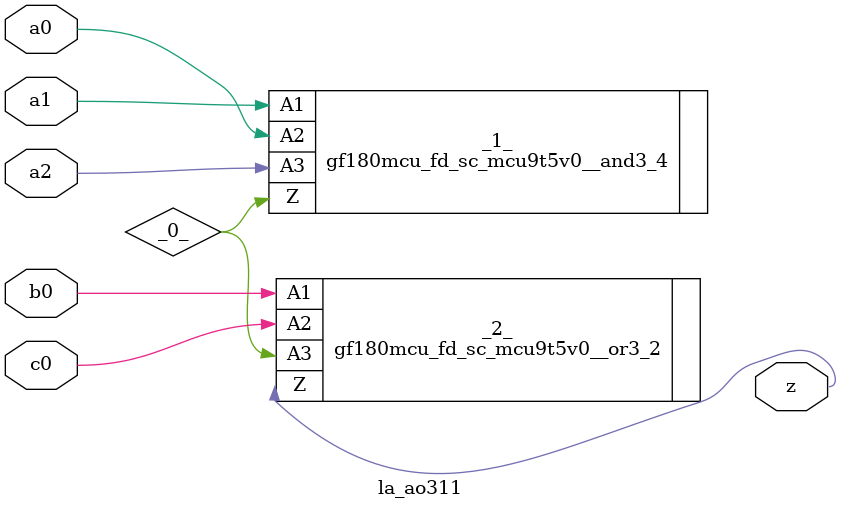
<source format=v>
/* Generated by Yosys 0.37 (git sha1 a5c7f69ed, clang 14.0.0-1ubuntu1.1 -fPIC -Os) */

module la_ao311(a0, a1, a2, b0, c0, z);
  wire _0_;
  input a0;
  wire a0;
  input a1;
  wire a1;
  input a2;
  wire a2;
  input b0;
  wire b0;
  input c0;
  wire c0;
  output z;
  wire z;
  gf180mcu_fd_sc_mcu9t5v0__and3_4 _1_ (
    .A1(a1),
    .A2(a0),
    .A3(a2),
    .Z(_0_)
  );
  gf180mcu_fd_sc_mcu9t5v0__or3_2 _2_ (
    .A1(b0),
    .A2(c0),
    .A3(_0_),
    .Z(z)
  );
endmodule

</source>
